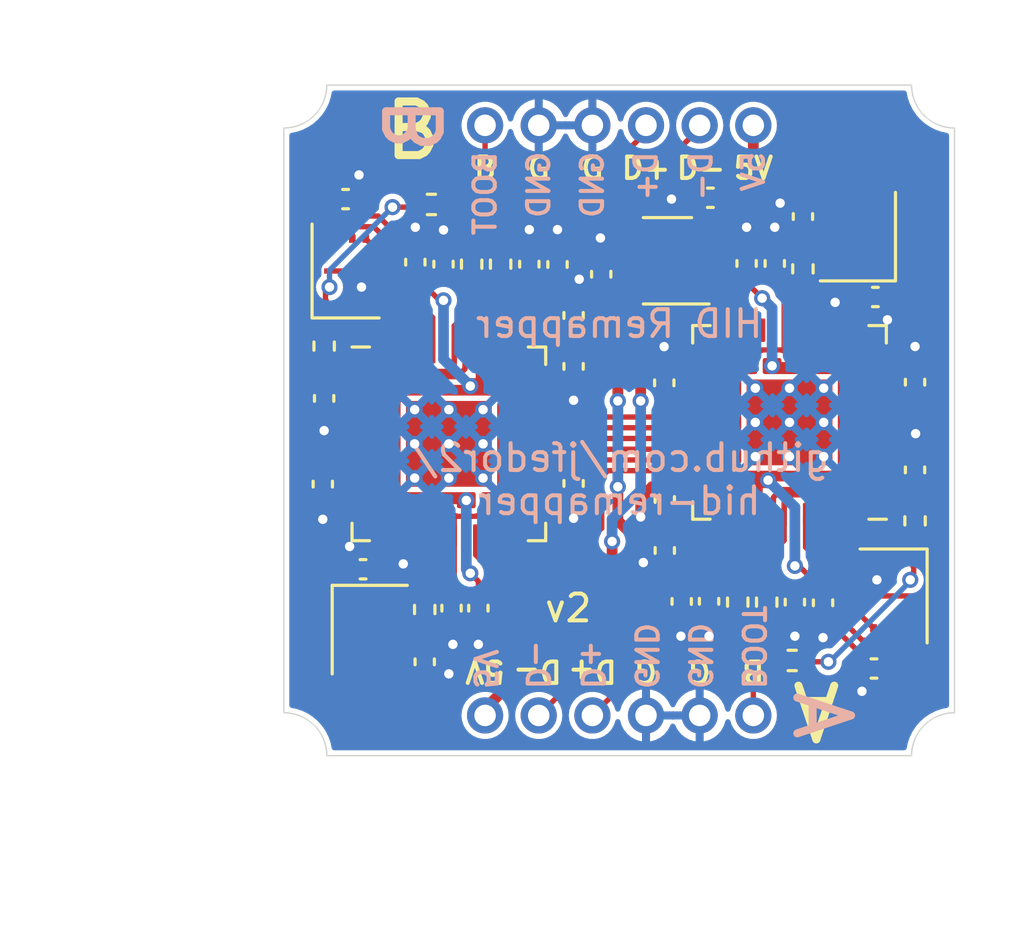
<source format=kicad_pcb>
(kicad_pcb (version 20211014) (generator pcbnew)
  (layers (0 "F.Cu" signal) (31 "B.Cu" signal) (34 "B.Paste" user) (35 "F.Paste" user) (36 "B.SilkS" user "B.Silkscreen") (37 "F.SilkS" user "F.Silkscreen") (38 "B.Mask" user) (39 "F.Mask" user) (44 "Edge.Cuts" user))
  (net 0 "")
  (net 1 "GND")
  (net 2 "+5V")
  (net 3 "D-")
  (net 4 "D+")
  (net 5 "+3V3")
  (net 6 "+1V1")
  (net 7 "Net-(R3-Pad2)")
  (net 8 "Net-(R4-Pad2)")
  (net 9 "XIN")
  (net 10 "XOUT")
  (net 11 "BOOTSEL")
  (net 12 "QSPI_SS")
  (net 13 "QSPI_SD3")
  (net 14 "QSPI_SCLK")
  (net 15 "QSPI_SD0")
  (net 16 "QSPI_SD2")
  (net 17 "QSPI_SD1")
  (net 18 "1BOOTSEL")
  (net 19 "Net-(C19-Pad1)")
  (net 22 "GPIO0")
  (net 23 "GPIO1")
  (net 34 "SWD")
  (net 35 "SWCLK")
  (net 38 "1XIN")
  (net 39 "Net-(C119-Pad1)")
  (net 40 "1D+")
  (net 41 "Net-(R103-Pad2)")
  (net 42 "1D-")
  (net 43 "Net-(R104-Pad2)")
  (net 44 "1QSPI_SS")
  (net 45 "1XOUT")
  (net 46 "GPIO4")
  (net 47 "GPIO5")
  (net 50 "1GPIO0")
  (net 51 "1GPIO1")
  (net 68 "RTS1CTS")
  (net 71 "CTS1RTS")
  (net 73 "1QSPI_SD3")
  (net 74 "1QSPI_SCLK")
  (net 75 "1QSPI_SD0")
  (net 76 "1QSPI_SD2")
  (net 77 "1QSPI_SD1")
  (net 78 "1GPIO4")
  (net 79 "1GPIO5")
  (net 87 "TX1RX")
  (net 88 "RX1TX")
  (net 94 "+1V2")
  (footprint "Capacitor_SMD:C_0402_1005Metric" (layer "F.Cu") (at 132.45 53.05)
    (fp_text reference "C18" hide)
    (fp_text value "15p")
  )
  (footprint "Capacitor_SMD:C_0402_1005Metric" (layer "F.Cu") (at 131.8 39.25)
    (fp_text reference "C17" hide)
    (fp_text value "100n")
  )
  (footprint "Capacitor_SMD:C_0402_1005Metric" (layer "F.Cu") (at 136.75 54.5 -90)
    (fp_text reference "C2" hide)
    (fp_text value "100n")
  )
  (footprint "Capacitor_SMD:C_0402_1005Metric" (layer "F.Cu") (at 140.3 45.4875 -90)
    (fp_text reference "C8" hide)
    (fp_text value "100n")
  )
  (footprint "Resistor_SMD:R_0402_1005Metric" (layer "F.Cu") (at 135 39.45 180)
    (fp_text reference "R6" hide)
    (fp_text value "1k")
  )
  (footprint "Resistor_SMD:R_0402_1005Metric" (layer "F.Cu") (at 131 44.730966 90)
    (fp_text reference "R5" hide)
    (fp_text value "10k")
  )
  (footprint "RP2040:RP2040-QFN-56" (layer "F.Cu") (at 135.65 48.375)
    (fp_text reference "U3" hide)
    (fp_text value "RP2040")
  )
  (footprint "Crystal:Crystal_SMD_2520-4Pin_2.5x2.0mm" (layer "F.Cu") (at 132.7 55.3 -90)
    (fp_text reference "Y1" hide)
    (fp_text value "Crystal_GND24")
  )
  (footprint "Capacitor_SMD:C_0402_1005Metric" (layer "F.Cu") (at 134.75 56.5 -90)
    (fp_text reference "C19" hide)
    (fp_text value "15p")
  )
  (footprint "Capacitor_SMD:C_0402_1005Metric" (layer "F.Cu") (at 130.95 49.875 -90)
    (fp_text reference "C6" hide)
    (fp_text value "100n")
  )
  (footprint "Capacitor_SMD:C_0402_1005Metric" (layer "F.Cu") (at 140.3 49.85 -90)
    (fp_text reference "C5" hide)
    (fp_text value "100n")
  )
  (footprint "Resistor_SMD:R_0402_1005Metric" (layer "F.Cu") (at 134.75 54.55 90)
    (fp_text reference "R7" hide)
    (fp_text value "1k")
  )
  (footprint "Capacitor_SMD:C_0402_1005Metric" (layer "F.Cu") (at 135.75 54.5 -90)
    (fp_text reference "C7" hide)
    (fp_text value "100n")
  )
  (footprint "Capacitor_SMD:C_0402_1005Metric" (layer "F.Cu") (at 131 46.680966 -90)
    (fp_text reference "C4" hide)
    (fp_text value "100n")
  )
  (footprint "Capacitor_SMD:C_0402_1005Metric" (layer "F.Cu") (at 139.7 41.6875 90)
    (fp_text reference "C10" hide)
    (fp_text value "1u")
  )
  (footprint "Resistor_SMD:R_0402_1005Metric" (layer "F.Cu") (at 137.58 41.675 -90)
    (fp_text reference "R4" hide)
    (fp_text value "27")
  )
  (footprint "Capacitor_SMD:C_0402_1005Metric" (layer "F.Cu") (at 134.4 41.6 90)
    (fp_text reference "C1" hide)
    (fp_text value "100n")
  )
  (footprint "Resistor_SMD:R_0402_1005Metric" (layer "F.Cu") (at 136.5 41.675 -90)
    (fp_text reference "R3" hide)
    (fp_text value "27")
  )
  (footprint "Capacitor_SMD:C_0402_1005Metric" (layer "F.Cu") (at 135.45 41.675 90)
    (fp_text reference "C3" hide)
    (fp_text value "100n")
  )
  (footprint "Package_TO_SOT_SMD:SOT-23-5" (layer "F.Cu") (at 143.8 41.55)
    (fp_text reference "U4" hide)
    (fp_text value "TLV73333PDBV")
  )
  (footprint "Capacitor_SMD:C_0402_1005Metric" (layer "F.Cu") (at 141.33 42.05 90)
    (fp_text reference "C16" hide)
    (fp_text value "1u")
  )
  (footprint "Capacitor_SMD:C_0402_1005Metric" (layer "F.Cu") (at 145.4 39.2 180)
    (fp_text reference "C15" hide)
    (fp_text value "1u")
  )
  (footprint "Capacitor_SMD:C_0402_1005Metric" (layer "F.Cu") (at 138.65 41.675 90)
    (fp_text reference "C13" hide)
    (fp_text value "1u")
  )
  (footprint "Capacitor_SMD:C_0402_1005Metric" (layer "F.Cu") (at 140.3 43.5875 90)
    (fp_text reference "C9" hide)
    (fp_text value "100n")
  )
  (footprint "USON:8-USON" (layer "F.Cu") (at 131.8 41.930966)
    (fp_text reference "U5" hide)
    (fp_text value "W25Q128JVS")
  )
  (footprint "Resistor_SMD:R_0402_1005Metric" (layer "F.Cu") (at 148.45 56.45 180)
    (fp_text reference "R106" hide)
    (fp_text value "1k")
  )
  (footprint "Capacitor_SMD:C_0402_1005Metric" (layer "F.Cu") (at 151.55 42.9 180)
    (fp_text reference "C118" hide)
    (fp_text value "15p")
  )
  (footprint "Capacitor_SMD:C_0402_1005Metric" (layer "F.Cu") (at 145.35 54.245 -90)
    (fp_text reference "C113" hide)
    (fp_text value "1u")
  )
  (footprint "Capacitor_SMD:C_0402_1005Metric" (layer "F.Cu") (at 149.6 54.3 -90)
    (fp_text reference "C101" hide)
    (fp_text value "100n")
  )
  (footprint "Capacitor_SMD:C_0402_1005Metric" (layer "F.Cu") (at 148.85 39.9 90)
    (fp_text reference "C119" hide)
    (fp_text value "15p")
  )
  (footprint "Resistor_SMD:R_0402_1005Metric" (layer "F.Cu") (at 146.42 54.275 90)
    (fp_text reference "R104" hide)
    (fp_text value "27")
  )
  (footprint "Capacitor_SMD:C_0402_1005Metric" (layer "F.Cu") (at 153.03 49.345 90)
    (fp_text reference "C104" hide)
    (fp_text value "100n")
  )
  (footprint "Capacitor_SMD:C_0402_1005Metric" (layer "F.Cu") (at 151.5 56.75 180)
    (fp_text reference "C117" hide)
    (fp_text value "100n")
  )
  (footprint "Capacitor_SMD:C_0402_1005Metric" (layer "F.Cu") (at 143.68 46.1 90)
    (fp_text reference "C105" hide)
    (fp_text value "100n")
  )
  (footprint "Capacitor_SMD:C_0402_1005Metric" (layer "F.Cu") (at 143.7 52.35 -90)
    (fp_text reference "C109" hide)
    (fp_text value "100n")
  )
  (footprint "Capacitor_SMD:C_0402_1005Metric" (layer "F.Cu") (at 147.8 41.65 90)
    (fp_text reference "C107" hide)
    (fp_text value "100n")
  )
  (footprint "Capacitor_SMD:C_0402_1005Metric" (layer "F.Cu") (at 148.55 54.275 -90)
    (fp_text reference "C103" hide)
    (fp_text value "100n")
  )
  (footprint "Resistor_SMD:R_0402_1005Metric" (layer "F.Cu") (at 148.85 41.85 -90)
    (fp_text reference "R107" hide)
    (fp_text value "1k")
  )
  (footprint "USON:8-USON" (layer "F.Cu") (at 152.23 54.045 180)
    (fp_text reference "U105" hide)
    (fp_text value "W25Q128JVS")
  )
  (footprint "Capacitor_SMD:C_0402_1005Metric" (layer "F.Cu") (at 144.33 54.25 -90)
    (fp_text reference "C110" hide)
    (fp_text value "1u")
  )
  (footprint "Connector_PinHeader_2.00mm:PinHeader_1x06_P2.00mm_Vertical" (layer "F.Cu") (at 137 58.5 90)
    (fp_text reference "J101" hide)
    (fp_text value "Conn_01x06")
  )
  (footprint "Capacitor_SMD:C_0402_1005Metric" (layer "F.Cu") (at 153.03 46.075 90)
    (fp_text reference "C106" hide)
    (fp_text value "100n")
  )
  (footprint "Capacitor_SMD:C_0402_1005Metric" (layer "F.Cu") (at 146.75 41.65 90)
    (fp_text reference "C102" hide)
    (fp_text value "100n")
  )
  (footprint "RP2040:RP2040-QFN-56" (layer "F.Cu") (at 148.35 47.575 180)
    (fp_text reference "U103" hide)
    (fp_text value "RP2040")
  )
  (footprint "Resistor_SMD:R_0402_1005Metric" (layer "F.Cu") (at 147.5 54.275 90)
    (fp_text reference "R103" hide)
    (fp_text value "27")
  )
  (footprint "Resistor_SMD:R_0402_1005Metric" (layer "F.Cu") (at 153.03 51.245 -90)
    (fp_text reference "R105" hide)
    (fp_text value "10k")
  )
  (footprint "Connector_PinHeader_2.00mm:PinHeader_1x06_P2.00mm_Vertical" (layer "F.Cu") (at 147 36.5 -90)
    (fp_text reference "J1" hide)
    (fp_text value "Conn_01x06")
  )
  (footprint "Crystal:Crystal_SMD_2520-4Pin_2.5x2.0mm" (layer "F.Cu") (at 150.9 40.65 90)
    (fp_text reference "Y101" hide)
    (fp_text value "Crystal_GND24")
  )
  (footprint "Capacitor_SMD:C_0402_1005Metric" (layer "F.Cu") (at 143.7 50.45 90)
    (fp_text reference "C108" hide)
    (fp_text value "100n")
  )
  (gr_line (start 152.9 35) (end 131.1 35) (layer "Edge.Cuts") (width 0.05))
  (gr_arc (start 154.5 36.6) (mid 153.368629 36.131371) (end 152.9 35) (layer "Edge.Cuts") (width 0.05))
  (gr_line (start 154.5 58.4) (end 154.5 36.6) (layer "Edge.Cuts") (width 0.05))
  (gr_arc (start 129.5 58.4) (mid 130.631371 58.868629) (end 131.1 60) (layer "Edge.Cuts") (width 0.05))
  (gr_arc (start 131.1 35) (mid 130.631371 36.131371) (end 129.5 36.6) (layer "Edge.Cuts") (width 0.05))
  (gr_line (start 131.1 60) (end 152.9 60) (layer "Edge.Cuts") (width 0.05))
  (gr_line (start 129.5 36.6) (end 129.5 58.4) (layer "Edge.Cuts") (width 0.05))
  (gr_arc (start 152.9 60) (mid 153.368629 58.868629) (end 154.5 58.4) (layer "Edge.Cuts") (width 0.05))
  (gr_text "B" (at 134.4 36.5 90) (layer "B.SilkS") (effects (font (size 2 2) (thickness 0.3)) (justify mirror)))
  (gr_text "5V" (at 147 37.4 90) (layer "B.SilkS") (effects (font (size 0.8 0.8)) (justify left mirror)))
  (gr_text "GND" (at 143 57.6 270) (layer "B.SilkS") (effects (font (size 0.8 0.8)) (justify left mirror)))
  (gr_text "GND" (at 141 37.4 90) (layer "B.SilkS") (effects (font (size 0.8 0.8)) (justify left mirror)))
  (gr_text "D-" (at 145.05 37.4 90) (layer "B.SilkS") (effects (font (size 0.8 0.8)) (justify left mirror)))
  (gr_text "BOOT" (at 137 37.4 90) (layer "B.SilkS") (effects (font (size 0.8 0.8)) (justify left mirror)))
  (gr_text "HID Remapper" (at 142 43.9) (layer "B.SilkS") (effects (font (size 1 1)) (justify mirror)))
  (gr_text "D-" (at 138.95 57.6 270) (layer "B.SilkS") (effects (font (size 0.8 0.8)) (justify left mirror)))
  (gr_text "GND" (at 145 57.6 270) (layer "B.SilkS") (effects (font (size 0.8 0.8)) (justify left mirror)))
  (gr_text "GND" (at 139 37.4 90) (layer "B.SilkS") (effects (font (size 0.8 0.8)) (justify left mirror)))
  (gr_text "github.com/jfedor2/\nhid-remapper" (at 142 49.7) (layer "B.SilkS") (effects (font (size 1 1)) (justify mirror)))
  (gr_text "A" (at 149.55 58.5 270) (layer "B.SilkS") (effects (font (size 2 2) (thickness 0.3)) (justify mirror)))
  (gr_text "D+" (at 141 57.6 270) (layer "B.SilkS") (effects (font (size 0.8 0.8)) (justify left mirror)))
  (gr_text "D+" (at 143 37.4 90) (layer "B.SilkS") (effects (font (size 0.8 0.8)) (justify left mirror)))
  (gr_text "5V" (at 137 57.6 270) (layer "B.SilkS") (effects (font (size 0.8 0.8)) (justify left mirror)))
  (gr_text "BOOT" (at 147 57.6 270) (layer "B.SilkS") (effects (font (size 0.8 0.8)) (justify left mirror)))
  (gr_text "B" (at 147 56.85 180) (layer "F.SilkS") (effects (font (size 0.8 0.8))))
  (gr_text "D-" (at 138.95 56.85 180) (layer "F.SilkS") (effects (font (size 0.8 0.8))))
  (gr_text "D+" (at 141 56.85 180) (layer "F.SilkS") (effects (font (size 0.8 0.8))))
  (gr_text "D-" (at 145.05 38.1) (layer "F.SilkS") (effects (font (size 0.8 0.8))))
  (gr_text "5V" (at 137 56.85 180) (layer "F.SilkS") (effects (font (size 0.8 0.8))))
  (gr_text "G" (at 141 38.1) (layer "F.SilkS") (effects (font (size 0.8 0.8))))
  (gr_text "G" (at 145 56.85 180) (layer "F.SilkS") (effects (font (size 0.8 0.8))))
  (gr_text "G" (at 143 56.85 180) (layer "F.SilkS") (effects (font (size 0.8 0.8))))
  (gr_text "5V" (at 147 38.1) (layer "F.SilkS") (effects (font (size 0.8 0.8))))
  (gr_text "G" (at 139 38.1) (layer "F.SilkS") (effects (font (size 0.8 0.8))))
  (gr_text "v2" (at 140.1 54.5) (layer "F.SilkS") (effects (font (size 1 1))))
  (gr_text "D+" (at 143 38.1) (layer "F.SilkS") (effects (font (size 0.8 0.8))))
  (gr_text "B" (at 137 38.1) (layer "F.SilkS") (effects (font (size 0.8 0.8))))
  (gr_text "A" (at 149.35 58.3 -180) (layer "F.SilkS") (effects (font (size 2 2) (thickness 0.3))))
  (gr_text "B" (at 134.3 36.7) (layer "F.SilkS") (effects (font (size 2 2) (thickness 0.3))))
  (segment (start 136.75 55.85) (end 136.75 54.98) (width 0.4) (layer "F.Cu") (net 1))
  (segment (start 151.6 39.775) (end 151.6 39.95) (width 0.2) (layer "F.Cu") (net 1))
  (segment (start 134.144295 52.85) (end 134.65 52.344295) (width 0.2) (layer "F.Cu") (net 1))
  (segment (start 149.469511 38.800489) (end 151.099511 38.800489) (width 0.4) (layer "F.Cu") (net 1))
  (segment (start 132.6 57.25) (end 132 56.65) (width 0.4) (layer "F.Cu") (net 1))
  (segment (start 151.6 39.300978) (end 151.6 39.775) (width 0.4) (layer "F.Cu") (net 1))
  (segment (start 144.9 41.55) (end 141.45 41.55) (width 0.4) (layer "F.Cu") (net 1))
  (segment (start 142.9 52.8) (end 142.93 52.83) (width 0.4) (layer "F.Cu") (net 1))
  (segment (start 131.45 53.05) (end 131 53.5) (width 0.4) (layer "F.Cu") (net 1))
  (segment (start 147.8 40.3) (end 147.8 41.17) (width 0.4) (layer "F.Cu") (net 1))
  (segment (start 152.03 42.9) (end 152.03 43.72) (width 0.4) (layer "F.Cu") (net 1))
  (segment (start 149.35 43.605705) (end 149.35 44.1375) (width 0.2) (layer "F.Cu") (net 1))
  (segment (start 131 53.5) (end 131 55.65) (width 0.4) (layer "F.Cu") (net 1))
  (segment (start 141.3 40.7) (end 141.33 40.73) (width 0.4) (layer "F.Cu") (net 1))
  (segment (start 131.525 56.175) (end 132 56.175) (width 0.4) (layer "F.Cu") (net 1))
  (segment (start 151.05 57.6) (end 151.02 57.57) (width 0.4) (layer "F.Cu") (net 1))
  (segment (start 145.35 54.725) (end 145.35 55.545) (width 0.4) (layer "F.Cu") (net 1))
  (segment (start 143.674993 44.75) (end 143.674993 45.614993) (width 0.4) (layer "F.Cu") (net 1))
  (segment (start 133.95 52.85) (end 134.144295 52.85) (width 0.2) (layer "F.Cu") (net 1))
  (segment (start 144 39.2) (end 143.95 39.25) (width 0.4) (layer "F.Cu") (net 1))
  (segment (start 132.3 39.23) (end 132.28 39.25) (width 0.4) (layer "F.Cu") (net 1))
  (segment (start 132.55 43.130966) (end 132.55 42.688528) (width 0.2) (layer "F.Cu") (net 1))
  (segment (start 153.03 48.015) (end 153.03 48.865) (width 0.4) (layer "F.Cu") (net 1))
  (segment (start 134.65 52.344295) (end 134.65 51.8125) (width 0.2) (layer "F.Cu") (net 1))
  (segment (start 130.95 51.1875) (end 130.95 50.355) (width 0.4) (layer "F.Cu") (net 1))
  (segment (start 153.05 47.995) (end 153.03 48.015) (width 0.4) (layer "F.Cu") (net 1))
  (segment (start 149.855705 43.1) (end 149.35 43.605705) (width 0.2) (layer "F.Cu") (net 1))
  (segment (start 141.33 40.73) (end 141.33 41.57) (width 0.4) (layer "F.Cu") (net 1))
  (segment (start 151.6 39.775) (end 151.975 39.775) (width 0.4) (layer "F.Cu") (net 1))
  (segment (start 148.85 39.42) (end 149.469511 38.800489) (width 0.4) (layer "F.Cu") (net 1))
  (segment (start 131.97 53.05) (end 131.97 52.22) (width 0.4) (layer "F.Cu") (net 1))
  (segment (start 142.801011 51.101011) (end 142.801011 50.398989) (width 0.4) (layer "F.Cu") (net 1))
  (segment (start 139.7 41.2075) (end 139.7 40.3875) (width 0.4) (layer "F.Cu") (net 1))
  (segment (start 148.55 54.755) (end 148.55 55.545) (width 0.4) (layer "F.Cu") (net 1))
  (segment (start 138.65 41.195) (end 138.65 40.3875) (width 0.4) (layer "F.Cu") (net 1))
  (segment (start 135.8 55.85) (end 135.75 55.8) (width 0.4) (layer "F.Cu") (net 1))
  (segment (start 143.674993 45.614993) (end 143.68 45.62) (width 0.4) (layer "F.Cu") (net 1))
  (segment (start 132.55 42.688528) (end 132.39194 42.530468) (width 0.2) (layer "F.Cu") (net 1))
  (segment (start 142.801011 50.398989) (end 143.23 49.97) (width 0.4) (layer "F.Cu") (net 1))
  (segment (start 153.03 44.745) (end 153.03 45.595) (width 0.4) (layer "F.Cu") (net 1))
  (segment (start 149.6 54.78) (end 149.6 55.6) (width 0.4) (layer "F.Cu") (net 1))
  (segment (start 151.48 52.845) (end 151.48 53.316941) (width 0.2) (layer "F.Cu") (net 1))
  (segment (start 151.02 57.57) (end 151.02 56.75) (width 0.4) (layer "F.Cu") (net 1))
  (segment (start 151.608059 53.445) (end 151.608059 53.941941) (width 0.2) (layer "F.Cu") (net 1))
  (segment (start 131 55.65) (end 131.525 56.175) (width 0.4) (layer "F.Cu") (net 1))
  (segment (start 140.3 51.15) (end 140.3 50.33) (width 0.4) (layer "F.Cu") (net 1))
  (segment (start 146.75 40.3) (end 146.75 41.17) (width 0.4) (layer "F.Cu") (net 1))
  (segment (start 140.3 46.75) (end 140.3 45.9675) (width 0.4) (layer "F.Cu") (net 1))
  (segment (start 131 47.880966) (end 131 47.160966) (width 0.4) (layer "F.Cu") (net 1))
  (segment (start 143.23 49.97) (end 143.7 49.97) (width 0.4) (layer "F.Cu") (net 1))
  (segment (start 151.48 53.316941) (end 151.608059 53.445) (width 0.2) (layer "F.Cu") (net 1))
  (segment (start 135.65 56.95) (end 134.78 56.95) (width 0.4) (layer "F.Cu") (net 1))
  (segment (start 152.03 43.72) (end 152 43.75) (width 0.4) (layer "F.Cu") (net 1))
  (segment (start 151.975 39.775) (end 152.6 40.4) (width 0.4) (layer "F.Cu") (net 1))
  (segment (start 135.45 41.195) (end 135.45 40.4) (width 0.4) (layer "F.Cu") (net 1))
  (segment (start 132.39194 42.530468) (end 132.39194 42) (width 0.2) (layer "F.Cu") (net 1))
  (segment (start 132.3 38.35) (end 132.3 39.23) (width 0.4) (layer "F.Cu") (net 1))
  (segment (start 131.97 53.05) (end 131.45 53.05) (width 0.4) (layer "F.Cu") (net 1))
  (segment (start 134.4 41.12) (end 134.4 40.3) (width 0.4) (layer "F.Cu") (net 1))
  (segment (start 148.02 39.42) (end 148.85 39.42) (width 0.4) (layer "F.Cu") (net 1))
  (segment (start 134.75 56.98) (end 134.48 57.25) (width 0.4) (layer "F.Cu") (net 1))
  (segment (start 150.2 41.35) (end 150.2 41.525) (width 0.2) (layer "F.Cu") (net 1))
  (segment (start 142.93 52.83) (end 143.7 52.83) (width 0.4) (layer "F.Cu") (net 1))
  (segment (start 151.6 39.95) (end 150.2 41.35) (width 0.2) (layer "F.Cu") (net 1))
  (segment (start 135.75 55.8) (end 135.75 54.98) (width 0.4) (layer "F.Cu") (net 1))
  (segment (start 134.48 57.25) (end 132.6 57.25) (width 0.4) (layer "F.Cu") (net 1))
  (segment (start 131.97 52.22) (end 131.95 52.2) (width 0.4) (layer "F.Cu") (net 1))
  (segment (start 134.78 56.95) (end 134.75 56.98) (width 0.4) (layer "F.Cu") (net 1))
  (segment (start 148 39.4) (end 148.02 39.42) (width 0.4) (layer "F.Cu") (net 1))
  (segment (start 140.5095 42.2375) (end 140.5 42.247) (width 0.4) (layer "F.Cu") (net 1))
  (segment (start 144.3 55.545011) (end 144.33 55.515011) (width 0.4) (layer "F.Cu") (net 1))
  (segment (start 144.33 55.515011) (end 144.33 54.73) (width 0.4) (layer "F.Cu") (net 1))
  (segment (start 151.099511 38.800489) (end 151.6 39.300978) (width 0.4) (layer "F.Cu") (net 1))
  (segment (start 132 56.65) (end 132 56.175) (width 0.4) (layer "F.Cu") (net 1))
  (segment (start 152.6 40.4) (end 152.6 42.33) (width 0.4) (layer "F.Cu") (net 1))
  (segment (start 144.92 39.2) (end 144 39.2) (width 0.4) (layer "F.Cu") (net 1))
  (segment (start 140.5 42.9075) (end 140.3 43.1075) (width 0.4) (layer "F.Cu") (net 1))
  (segment (start 140.5 42.247) (end 140.5 42.9075) (width 0.4) (layer "F.Cu") (net 1))
  (segment (start 132 56.025) (end 132 56.175) (width 0.2) (layer "F.Cu") (net 1))
  (segment (start 133.4 54.425) (end 133.4 54.625) (width 0.2) (layer "F.Cu") (net 1))
  (segment (start 133.4 54.625) (end 132 56.025) (width 0.2) (layer "F.Cu") (net 1))
  (segment (start 150.05 43.1) (end 149.855705 43.1) (width 0.2) (layer "F.Cu") (net 1))
  (segment (start 152.6 42.33) (end 152.03 42.9) (width 0.4) (layer "F.Cu") (net 1))
  (via (at 152 43.75) (size 0.6) (drill 0.35) (layers "F.Cu" "B.Cu") (net 1))
  (via (at 132.39194 42.530468) (size 0.6) (drill 0.35) (layers "F.Cu" "B.Cu") (net 1))
  (via (at 131 47.880966) (size 0.6) (drill 0.35) (layers "F.Cu" "B.Cu") (net 1))
  (via (at 135.65 56.95) (size 0.6) (drill 0.35) (layers "F.Cu" "B.Cu") (net 1))
  (via (at 151.608059 53.445) (size 0.6) (drill 0.35) (layers "F.Cu" "B.Cu") (net 1))
  (via (at 142.801011 51.101011) (size 0.6) (drill 0.35) (layers "F.Cu" "B.Cu") (net 1))
  (via (at 143.674993 44.75) (size 0.6) (drill 0.35) (layers "F.Cu" "B.Cu") (net 1))
  (via (at 132.3 38.35) (size 0.6) (drill 0.35) (layers "F.Cu" "B.Cu") (net 1))
  (via (at 148.55 55.545) (size 0.6) (drill 0.35) (layers "F.Cu" "B.Cu") (net 1))
  (via (at 133.95 52.85) (size 0.6) (drill 0.35) (layers "F.Cu" "B.Cu") (net 1))
  (via (at 141.3 40.7) (size 0.6) (drill 0.35) (layers "F.Cu" "B.Cu") (net 1))
  (via (at 140.5095 42.2375) (size 0.6) (drill 0.35) (layers "F.Cu" "B.Cu") (net 1))
  (via (at 134.4 40.3) (size 0.6) (drill 0.35) (layers "F.Cu" "B.Cu") (net 1))
  (via (at 143.95 39.25) (size 0.6) (drill 0.35) (layers "F.Cu" "B.Cu") (net 1))
  (via (at 150.05 43.1) (size 0.6) (drill 0.35) (layers "F.Cu" "B.Cu") (net 1))
  (via (at 139.7 40.3875) (size 0.6) (drill 0.35) (layers "F.Cu" "B.Cu") (net 1))
  (via (at 153.05 47.995) (size 0.6) (drill 0.35) (layers "F.Cu" "B.Cu") (net 1))
  (via (at 131.95 52.2) (size 0.6) (drill 0.35) (layers "F.Cu" "B.Cu") (net 1))
  (via (at 135.8 55.85) (size 0.6) (drill 0.35) (layers "F.Cu" "B.Cu") (net 1))
  (via (at 140.3 46.75) (size 0.6) (drill 0.35) (layers "F.Cu" "B.Cu") (net 1))
  (via (at 147.8 40.3) (size 0.6) (drill 0.35) (layers "F.Cu" "B.Cu") (net 1))
  (via (at 142.9 52.8) (size 0.6) (drill 0.35) (layers "F.Cu" "B.Cu") (net 1))
  (via (at 140.3 51.15) (size 0.6) (drill 0.35) (layers "F.Cu" "B.Cu") (net 1))
  (via (at 130.95 51.1875) (size 0.6) (drill 0.35) (layers "F.Cu" "B.Cu") (net 1))
  (via (at 138.65 40.3875) (size 0.6) (drill 0.35) (layers "F.Cu" "B.Cu") (net 1))
  (via (at 145.35 55.545) (size 0.6) (drill 0.35) (layers "F.Cu" "B.Cu") (net 1))
  (via (at 153.03 44.745) (size 0.6) (drill 0.35) (layers "F.Cu" "B.Cu") (net 1))
  (via (at 146.75 40.3) (size 0.6) (drill 0.35) (layers "F.Cu" "B.Cu") (net 1))
  (via (at 144.3 55.545011) (size 0.6) (drill 0.35) (layers "F.Cu" "B.Cu") (net 1))
  (via (at 151.05 57.6) (size 0.6) (drill 0.35) (layers "F.Cu" "B.Cu") (net 1))
  (via (at 136.75 55.85) (size 0.6) (drill 0.35) (layers "F.Cu" "B.Cu") (net 1))
  (via (at 135.45 40.4) (size 0.6) (drill 0.35) (layers "F.Cu" "B.Cu") (net 1))
  (via (at 148 39.4) (size 0.6) (drill 0.35) (layers "F.Cu" "B.Cu") (net 1))
  (via (at 149.6 55.6) (size 0.6) (drill 0.35) (layers "F.Cu" "B.Cu") (net 1))
  (segment (start 142.8 44.5) (end 144.8 42.5) (width 0.4) (layer "F.Cu") (net 2))
  (segment (start 145.9 39.22) (end 145.9 40.5) (width 0.4) (layer "F.Cu") (net 2))
  (segment (start 147 36.5) (end 147 38.08) (width 0.4) (layer "F.Cu") (net 2))
  (segment (start 141.735749 52.014251) (end 141.735749 53.514251) (width 0.4) (layer "F.Cu") (net 2))
  (segment (start 145.9 42) (end 145.4 42.5) (width 0.4) (layer "F.Cu") (net 2))
  (segment (start 147 38.08) (end 145.88 39.2) (width 0.4) (layer "F.Cu") (net 2))
  (segment (start 145.8 40.6) (end 145.9 40.5) (width 0.4) (layer "F.Cu") (net 2))
  (segment (start 144.8 42.5) (end 144.9 42.5) (width 0.4) (layer "F.Cu") (net 2))
  (segment (start 144.9 40.6) (end 145.8 40.6) (width 0.4) (layer "F.Cu") (net 2))
  (segment (start 141.735749 53.514251) (end 137 58.25) (width 0.4) (layer "F.Cu") (net 2))
  (segment (start 137 58.25) (end 137 58.5) (width 0.4) (layer "F.Cu") (net 2))
  (segment (start 145.88 39.2) (end 145.9 39.22) (width 0.4) (layer "F.Cu") (net 2))
  (segment (start 145.9 40.5) (end 145.9 42) (width 0.4) (layer "F.Cu") (net 2))
  (segment (start 142.8 46.7755) (end 142.8 44.5) (width 0.4) (layer "F.Cu") (net 2))
  (segment (start 145.4 42.5) (end 144.9 42.5) (width 0.4) (layer "F.Cu") (net 2))
  (via (at 141.735749 52.014251) (size 0.6) (drill 0.35) (layers "F.Cu" "B.Cu") (net 2))
  (via (at 142.8 46.7755) (size 0.6) (drill 0.35) (layers "F.Cu" "B.Cu") (net 2))
  (segment (start 141.735749 51.17703) (end 142.8 50.112779) (width 0.4) (layer "B.Cu") (net 2))
  (segment (start 141.735749 52.014251) (end 141.735749 51.17703) (width 0.4) (layer "B.Cu") (net 2))
  (segment (start 142.8 50.112779) (end 142.8 46.7755) (width 0.4) (layer "B.Cu") (net 2))
  (segment (start 141.822011 39.787989) (end 145 36.61) (width 0.2) (layer "F.Cu") (net 3))
  (segment (start 145 36.61) (end 145 36.5) (width 0.2) (layer "F.Cu") (net 3))
  (segment (start 138.062011 39.787989) (end 141.822011 39.787989) (width 0.2) (layer "F.Cu") (net 3))
  (segment (start 137.58 40.27) (end 138.062011 39.787989) (width 0.2) (layer "F.Cu") (net 3))
  (segment (start 137.58 41.165) (end 137.58 40.27) (width 0.2) (layer "F.Cu") (net 3))
  (segment (start 136.5 41.165) (end 136.5 40.25) (width 0.2) (layer "F.Cu") (net 4))
  (segment (start 136.5 40.25) (end 137.5 39.25) (width 0.2) (layer "F.Cu") (net 4))
  (segment (start 143 36.75) (end 143 36.5) (width 0.2) (layer "F.Cu") (net 4))
  (segment (start 137.5 39.25) (end 140.5 39.25) (width 0.2) (layer "F.Cu") (net 4))
  (segment (start 140.5 39.25) (end 143 36.75) (width 0.2) (layer "F.Cu") (net 4))
  (segment (start 139.0875 49.375) (end 140.295 49.375) (width 0.2) (layer "F.Cu") (net 5))
  (segment (start 145.95 51.825) (end 145.875 51.9) (width 0.4) (layer "F.Cu") (net 5))
  (segment (start 147.9 53.213004) (end 148.481996 53.795) (width 0.2) (layer "F.Cu") (net 5))
  (segment (start 137.85 44.9375) (end 137.85 44.325) (width 0.2) (layer "F.Cu") (net 5))
  (segment (start 148.481996 53.795) (end 148.55 53.795) (width 0.2) (layer "F.Cu") (net 5))
  (segment (start 141.33 42.53) (end 141.33 44.18) (width 0.4) (layer "F.Cu") (net 5))
  (segment (start 145.7 50.175) (end 145.75 50.225) (width 0.2) (layer "F.Cu") (net 5))
  (segment (start 141.95 44.8) (end 141.33 44.18) (width 0.4) (layer "F.Cu") (net 5))
  (segment (start 140.295 49.375) (end 140.3 49.37) (width 0.2) (layer "F.Cu") (net 5))
  (segment (start 153.75 55.595) (end 153.5 55.845) (width 0.4) (layer "F.Cu") (net 5))
  (segment (start 132.2125 45.775) (end 133 45.775) (width 0.2) (layer "F.Cu") (net 5))
  (segment (start 144.9125 53) (end 144.9125 50.27501) (width 0.4) (layer "F.Cu") (net 5))
  (segment (start 148.15 44.1375) (end 148.15 42.9) (width 0.2) (layer "F.Cu") (net 5))
  (segment (start 146.15 50.375) (end 145.95 50.175) (width 0.2) (layer "F.Cu") (net 5))
  (segment (start 152.98 55.325) (end 153.5 55.845) (width 0.2) (layer "F.Cu") (net 5))
  (segment (start 153.75 51.115) (end 153.75 55.595) (width 0.4) (layer "F.Cu") (net 5))
  (segment (start 141.2175 44.0675) (end 141.33 44.18) (width 0.4) (layer "F.Cu") (net 5))
  (segment (start 153.03 50.735) (end 152.22 50.735) (width 0.4) (layer "F.Cu") (net 5))
  (segment (start 138.1075 44.0675) (end 140.3 44.0675) (width 0.4) (layer "F.Cu") (net 5))
  (segment (start 141.94902 49.9745) (end 141.94902 51.238279) (width 0.4) (layer "F.Cu") (net 5))
  (segment (start 153.37 50.735) (end 153.75 51.115) (width 0.4) (layer "F.Cu") (net 5))
  (segment (start 141.94902 51.238279) (end 142.580741 51.87) (width 0.4) (layer "F.Cu") (net 5))
  (segment (start 148.15 51.0125) (end 148.15 50.275) (width 0.2) (layer "F.Cu") (net 5))
  (segment (start 138.05 44.125) (end 138.1075 44.0675) (width 0.4) (layer "F.Cu") (net 5))
  (segment (start 137.85 44.9375) (end 137.85 45.575) (width 0.2) (layer "F.Cu") (net 5))
  (segment (start 136.25 44.9375) (end 136.25 43.875) (width 0.2) (layer "F.Cu") (net 5))
  (segment (start 153.03 50.735) (end 153.37 50.735) (width 0.4) (layer "F.Cu") (net 5))
  (segment (start 143.73 51.9) (end 143.7 51.87) (width 0.4) (layer "F.Cu") (net 5))
  (segment (start 132.75 49.375) (end 132.9 49.375) (width 0.2) (layer "F.Cu") (net 5))
  (segment (start 139.0875 42.893927) (end 139.0875 45.67499) (width 0.4) (layer "F.Cu") (net 5))
  (segment (start 141.36 42.5) (end 141.33 42.53) (width 0.4) (layer "F.Cu") (net 5))
  (segment (start 151.7875 50.175) (end 151 50.175) (width 0.2) (layer "F.Cu") (net 5))
  (segment (start 137.85 44.325) (end 138.05 44.125) (width 0.2) (layer "F.Cu") (net 5))
  (segment (start 135.518004 42.155) (end 135.45 42.155) (width 0.2) (layer "F.Cu") (net 5))
  (segment (start 131.32 39.390966) (end 131.32 39.25) (width 0.4) (layer "F.Cu") (net 5))
  (segment (start 132.2125 49.375) (end 132.75 49.375) (width 0.2) (layer "F.Cu") (net 5))
  (segment (start 144.33 53.77) (end 144.33 53.5825) (width 0.4) (layer "F.Cu") (net 5))
  (segment (start 153.01 46.575) (end 153.03 46.555) (width 0.2) (layer "F.Cu") (net 5))
  (segment (start 144.9125 46.575) (end 145.8 46.575) (width 0.2) (layer "F.Cu") (net 5))
  (segment (start 144.9125 50.175) (end 145.7 50.175) (width 0.2) (layer "F.Cu") (net 5))
  (segment (start 139.7 42.1675) (end 139.7 42.281427) (width 0.4) (layer "F.Cu") (net 5))
  (segment (start 130.530483 40.180483) (end 131.32 39.390966) (width 0.4) (layer "F.Cu") (net 5))
  (segment (start 135.85 51.8125) (end 135.85 51.075) (width 0.2) (layer "F.Cu") (net 5))
  (segment (start 136.25 43.875) (end 136.1 43.725) (width 0.2) (layer "F.Cu") (net 5))
  (segment (start 144.9125 46.575) (end 143.685 46.575) (width 0.2) (layer "F.Cu") (net 5))
  (segment (start 130.28048 44.63048) (end 130.28048 40.430486) (width 0.4) (layer "F.Cu") (net 5))
  (segment (start 140.3 45.0075) (end 140.3 44.0675) (width 0.4) (layer "F.Cu") (net 5))
  (segment (start 139.0875 45.775) (end 138.3 45.775) (width 0.2) (layer "F.Cu") (net 5))
  (segment (start 131.05 40.7) (end 130.530483 40.180483) (width 0.2) (layer "F.Cu") (net 5))
  (segment (start 131.778476 45.240966) (end 131 45.240966) (width 0.4) (layer "F.Cu") (net 5))
  (segment (start 138.3 45.775) (end 138.25 45.725) (width 0.2) (layer "F.Cu") (net 5))
  (segment (start 136.1 42.736996) (end 135.518004 42.155) (width 0.2) (layer "F.Cu") (net 5))
  (segment (start 141.95 46.7755) (end 141.95 44.8) (width 0.4) (layer "F.Cu") (net 5))
  (segment (start 135.85 51.8125) (end 135.85 53.92) (width 0.2) (layer "F.Cu") (net 5))
  (segment (start 146.15 51.0125) (end 146.15 50.375) (width 0.2) (layer "F.Cu") (net 5))
  (segment (start 143.73 50.9) (end 145.65 50.9) (width 0.4) (layer "F.Cu") (net 5))
  (segment (start 143.685 46.575) (end 143.68 46.58) (width 0.2) (layer "F.Cu") (net 5))
  (segment (start 130.28048 40.430486) (end 130.530483 40.180483) (width 0.4) (layer "F.Cu") (net 5))
  (segment (start 139.7 42.281427) (end 139.0875 42.893927) (width 0.4) (layer "F.Cu") (net 5))
  (segment (start 143.7 50.93) (end 143.73 50.9) (width 0.4) (layer "F.Cu") (net 5))
  (segment (start 138.25 45.725) (end 138.25 44.9375) (width 0.2) (layer "F.Cu") (net 5))
  (segment (start 145.875 51.9) (end 143.73 51.9) (width 0.4) (layer "F.Cu") (net 5))
  (segment (start 136.25 45.575) (end 136.2 45.625) (width 0.2) (layer "F.Cu") (net 5))
  (segment (start 144.33 53.5825) (end 144.9125 53) (width 0.4) (layer "F.Cu") (net 5))
  (segment (start 148.15 44.1375) (end 148.15 44.875) (width 0.2) (layer "F.Cu") (net 5))
  (segment (start 135.85 43.975) (end 136.1 43.725) (width 0.2) (layer "F.Cu") (net 5))
  (segment (start 147.75 51.0125) (end 147.75 50.375) (width 0.2) (layer "F.Cu") (net 5))
  (segment (start 146.15 51.0125) (end 146.15 51.625) (width 0.2) (layer "F.Cu") (net 5))
  (segment (start 147.75 52.075) (end 147.9 52.225) (width 0.2) (layer "F.Cu") (net 5))
  (segment (start 142.580741 51.87) (end 143.7 51.87) (width 0.4) (layer "F.Cu") (net 5))
  (segment (start 142.7 42.5) (end 141.36 42.5) (width 0.4) (layer "F.Cu") (net 5))
  (segment (start 148.15 42.9) (end 147.8 42.55) (width 0.2) (layer "F.Cu") (net 5))
  (segment (start 148.15 51.975) (end 147.9 52.225) (width 0.2) (layer "F.Cu") (net 5))
  (segment (start 152.595 56.75) (end 151.98 56.75) (width 0.4) (layer "F.Cu") (net 5))
  (segment (start 136.1 43.725) (end 136.1 42.736996) (width 0.2) (layer "F.Cu") (net 5))
  (segment (start 145.75 50.225) (end 145.75 51.0125) (width 0.2) (layer "F.Cu") (net 5))
  (segment (start 151.25 46.575) (end 151.1 46.575) (width 0.2) (layer "F.Cu") (net 5))
  (segment (start 148.15 51.0125) (end 148.15 51.975) (width 0.2) (layer "F.Cu") (net 5))
  (segment (start 151.7875 46.575) (end 151.25 46.575) (width 0.2) (layer "F.Cu") (net 5))
  (segment (start 147.75 50.375) (end 147.8 50.325) (width 0.2) (layer "F.Cu") (net 5))
  (segment (start 131 45.240966) (end 131 46.200966) (width 0.4) (layer "F.Cu") (net 5))
  (segment (start 153.03 49.825) (end 153.03 50.735) (width 0.4) (layer "F.Cu") (net 5))
  (segment (start 132.2125 49.375) (end 130.97 49.375) (width 0.2) (layer "F.Cu") (net 5))
  (segment (start 130.97 49.375) (end 130.95 49.395) (width 0.2) (layer "F.Cu") (net 5))
  (segment (start 152.98 55.245) (end 152.98 55.325) (width 0.2) (layer "F.Cu") (net 5))
  (segment (start 139.0875 49.375) (end 138.2 49.375) (width 0.2) (layer "F.Cu") (net 5))
  (segment (start 146.15 51.625) (end 145.95 51.825) (width 0.2) (layer "F.Cu") (net 5))
  (segment (start 147.9 52.225) (end 147.9 53.213004) (width 0.2) (layer "F.Cu") (net 5))
  (segment (start 136.25 44.9375) (end 136.25 45.575) (width 0.2) (layer "F.Cu") (net 5))
  (segment (start 140.3 45.0075) (end 138.3575 45.0075) (width 0.4) (layer "F.Cu") (net 5))
  (segment (start 143.7 50.93) (end 143.7 51.87) (width 0.4) (layer "F.Cu") (net 5))
  (segment (start 132.2125 45.67499) (end 131.778476 45.240966) (width 0.4) (layer "F.Cu") (net 5))
  (segment (start 152.22 50.735) (end 151.78 50.295) (width 0.4) (layer "F.Cu") (net 5))
  (segment (start 137.85 45.575) (end 138.05 45.775) (width 0.2) (layer "F.Cu") (net 5))
  (segment (start 147.8 42.55) (end 147.8 42.13) (width 0.2) (layer "F.Cu") (net 5))
  (segment (start 140.3 44.0675) (end 141.2175 44.0675) (width 0.4) (layer "F.Cu") (net 5))
  (segment (start 131 45.240966) (end 130.890966 45.240966) (width 0.4) (layer "F.Cu") (net 5))
  (segment (start 135.85 53.92) (end 135.75 54.02) (width 0.2) (layer "F.Cu") (net 5))
  (segment (start 151.7875 46.575) (end 153.01 46.575) (width 0.2) (layer "F.Cu") (net 5))
  (segment (start 135.85 44.9375) (end 135.85 43.975) (width 0.2) (layer "F.Cu") (net 5))
  (segment (start 135.85 44.9375) (end 135.85 45.675) (width 0.2) (layer "F.Cu") (net 5))
  (segment (start 153.5 55.845) (end 152.595 56.75) (width 0.4) (layer "F.Cu") (net 5))
  (segment (start 147.75 51.0125) (end 147.75 52.075) (width 0.2) (layer "F.Cu") (net 5))
  (segment (start 131.05 40.730966) (end 131.05 40.7) (width 0.2) (layer "F.Cu") (net 5))
  (segment (start 130.890966 45.240966) (end 130.28048 44.63048) (width 0.4) (layer "F.Cu") (net 5))
  (via (at 141.94902 49.9745) (size 0.6) (drill 0.35) (layers "F.Cu" "B.Cu") (net 5))
  (via (at 141.95 46.7755) (size 0.6) (drill 0.35) (layers "F.Cu" "B.Cu") (net 5))
  (segment (start 141.95 46.7755) (end 141.95 49.97352) (width 0.4) (layer "B.Cu") (net 5))
  (segment (start 141.95 49.97352) (end 141.94902 49.9745) (width 0.4) (layer "B.Cu") (net 5))
  (segment (start 134.4 42.08) (end 134.4 42.125) (width 0.2) (layer "F.Cu") (net 6))
  (segment (start 135.45 43.025002) (end 135.450001 43.025001) (width 0.2) (layer "F.Cu") (net 6))
  (segment (start 137.45 44.9375) (end 137.45 45.625) (width 0.2) (layer "F.Cu") (net 6))
  (segment (start 135.300001 43.025001) (end 135.450001 43.025001) (width 0.2) (layer "F.Cu") (net 6))
  (segment (start 138.65 42.625) (end 138.65 42.155) (width 0.2) (layer "F.Cu") (net 6))
  (segment (start 137.45 44.9375) (end 137.45 43.825) (width 0.2) (layer "F.Cu") (net 6))
  (segment (start 136.75 53.5005) (end 136.75 54.02) (width 0.2) (layer "F.Cu") (net 6))
  (segment (start 136.4495 53.2) (end 136.25 53.0005) (width 0.2) (layer "F.Cu") (net 6))
  (segment (start 137.45 45.625) (end 137.25 45.825) (width 0.2) (layer "F.Cu") (net 6))
  (segment (start 134.4 42.125) (end 135.300001 43.025001) (width 0.2) (layer "F.Cu") (net 6))
  (segment (start 135.45 44.9375) (end 135.45 43.025002) (width 0.2) (layer "F.Cu") (net 6))
  (segment (start 136.25 53.0005) (end 136.25 51.8125) (width 0.2) (layer "F.Cu") (net 6))
  (segment (start 137.45 43.825) (end 138.65 42.625) (width 0.2) (layer "F.Cu") (net 6))
  (segment (start 136.4495 53.2) (end 136.75 53.5005) (width 0.2) (layer "F.Cu") (net 6))
  (via (at 135.450001 43.025001) (size 0.6) (drill 0.35) (layers "F.Cu" "B.Cu") (net 6))
  (via (at 136.4495 53.2) (size 0.6) (drill 0.35) (layers "F.Cu" "B.Cu") (net 6))
  (via (at 136.45 46.220055) (size 0.6) (drill 0.35) (layers "F.Cu" "B.Cu") (net 6))
  (via (at 136.2999 50.482729) (size 0.6) (drill 0.35) (layers "F.Cu" "B.Cu") (net 6))
  (segment (start 136.2999 53.0504) (end 136.2999 50.482729) (width 0.4) (layer "B.Cu") (net 6))
  (segment (start 136.4495 53.2) (end 136.2999 53.0504) (width 0.4) (layer "B.Cu") (net 6))
  (segment (start 135.450001 45.220056) (end 136.45 46.220055) (width 0.4) (layer "B.Cu") (net 6))
  (segment (start 135.450001 43.025001) (end 135.450001 45.220056) (width 0.4) (layer "B.Cu") (net 6))
  (segment (start 136.65 42.335) (end 136.5 42.185) (width 0.2) (layer "F.Cu") (net 7))
  (segment (start 136.65 44.9375) (end 136.65 42.335) (width 0.2) (layer "F.Cu") (net 7))
  (segment (start 137.58 42.79) (end 137.58 42.185) (width 0.2) (layer "F.Cu") (net 8))
  (segment (start 137.05 44.9375) (end 137.05 43.32) (width 0.2) (layer "F.Cu") (net 8))
  (segment (start 137.05 43.32) (end 137.58 42.79) (width 0.2) (layer "F.Cu") (net 8))
  (segment (start 132 54.425) (end 132 53.98) (width 0.2) (layer "F.Cu") (net 9))
  (segment (start 132 53.98) (end 132.93 53.05) (width 0.2) (layer "F.Cu") (net 9))
  (segment (start 135.05 52.8) (end 134.4 53.45) (width 0.2) (layer "F.Cu") (net 9))
  (segment (start 133.33 53.45) (end 132.93 53.05) (width 0.2) (layer "F.Cu") (net 9))
  (segment (start 135.05 51.8125) (end 135.05 52.8) (width 0.2) (layer "F.Cu") (net 9))
  (segment (start 134.4 53.45) (end 133.33 53.45) (width 0.2) (layer "F.Cu") (net 9))
  (segment (start 135.45 52.965006) (end 134.75 53.665006) (width 0.2) (layer "F.Cu") (net 10))
  (segment (start 135.45 51.8125) (end 135.45 52.965006) (width 0.2) (layer "F.Cu") (net 10))
  (segment (start 134.75 53.665006) (end 134.75 54.04) (width 0.2) (layer "F.Cu") (net 10))
  (segment (start 137 38.5) (end 137 36.5) (width 0.2) (layer "F.Cu") (net 11))
  (segment (start 136.05 39.45) (end 137 38.5) (width 0.2) (layer "F.Cu") (net 11))
  (segment (start 135.51 39.45) (end 136.05 39.45) (width 0.2) (layer "F.Cu") (net 11))
  (segment (start 134.39 39.55) (end 134.49 39.45) (width 0.2) (layer "F.Cu") (net 12))
  (segment (start 131.05 43.130966) (end 131.05 42.680468) (width 0.2) (layer "F.Cu") (net 12))
  (segment (start 131.464904 44.220966) (end 131 44.220966) (width 0.2) (layer "F.Cu") (net 12))
  (segment (start 131.05 44.170966) (end 131.05 43.130966) (width 0.2) (layer "F.Cu") (net 12))
  (segment (start 131 44.220966) (end 131.05 44.170966) (width 0.2) (layer "F.Cu") (net 12))
  (segment (start 133.55 39.55) (end 134.39 39.55) (width 0.2) (layer "F.Cu") (net 12))
  (segment (start 131.05 42.680468) (end 131.2 42.530468) (width 0.2) (layer "F.Cu") (net 12))
  (segment (start 133.05 44.9375) (end 132.181438 44.9375) (width 0.2) (layer "F.Cu") (net 12))
  (segment (start 132.181438 44.9375) (end 131.464904 44.220966) (width 0.2) (layer "F.Cu") (net 12))
  (via (at 133.55 39.55) (size 0.6) (drill 0.35) (layers "F.Cu" "B.Cu") (net 12))
  (via (at 131.2 42.530468) (size 0.6) (drill 0.35) (layers "F.Cu" "B.Cu") (net 12))
  (segment (start 131.2 41.9) (end 131.2 42.530468) (width 0.2) (layer "B.Cu") (net 12))
  (segment (start 133.55 39.55) (end 131.2 41.9) (width 0.2) (layer "B.Cu") (net 12))
  (segment (start 133.79048 40.65644) (end 133.79048 42.410468) (width 0.2) (layer "F.Cu") (net 13))
  (segment (start 133.79048 42.410468) (end 135.05 43.669988) (width 0.2) (layer "F.Cu") (net 13))
  (segment (start 133.015487 39.881447) (end 133.79048 40.65644) (width 0.2) (layer "F.Cu") (net 13))
  (segment (start 131.55 40.291938) (end 131.960492 39.881446) (width 0.2) (layer "F.Cu") (net 13))
  (segment (start 135.05 43.669988) (end 135.05 44.9375) (width 0.2) (layer "F.Cu") (net 13))
  (segment (start 131.55 40.730966) (end 131.55 40.291938) (width 0.2) (layer "F.Cu") (net 13))
  (segment (start 131.960492 39.881446) (end 133.015487 39.881447) (width 0.2) (layer "F.Cu") (net 13))
  (segment (start 132.05 40.730966) (end 132.05 40.356944) (width 0.2) (layer "F.Cu") (net 14))
  (segment (start 134.65 43.834994) (end 134.65 44.9375) (width 0.2) (layer "F.Cu") (net 14))
  (segment (start 132.05 40.356944) (end 132.125978 40.280966) (width 0.2) (layer "F.Cu") (net 14))
  (segment (start 132.125978 40.280966) (end 132.85 40.280966) (width 0.2) (layer "F.Cu") (net 14))
  (segment (start 132.85 40.280966) (end 133.39096 40.821926) (width 0.2) (layer "F.Cu") (net 14))
  (segment (start 133.39096 42.575954) (end 134.65 43.834994) (width 0.2) (layer "F.Cu") (net 14))
  (segment (start 133.39096 40.821926) (end 133.39096 42.575954) (width 0.2) (layer "F.Cu") (net 14))
  (segment (start 134.25 44) (end 134.25 44.9375) (width 0.2) (layer "F.Cu") (net 15))
  (segment (start 132.55 40.730966) (end 132.99144 41.172406) (width 0.2) (layer "F.Cu") (net 15))
  (segment (start 132.99144 42.74144) (end 134.25 44) (width 0.2) (layer "F.Cu") (net 15))
  (segment (start 132.99144 41.172406) (end 132.99144 42.74144) (width 0.2) (layer "F.Cu") (net 15))
  (segment (start 133.85 44.9375) (end 133.85 44.176238) (width 0.2) (layer "F.Cu") (net 16))
  (segment (start 133.85 44.176238) (end 133.423762 43.75) (width 0.2) (layer "F.Cu") (net 16))
  (segment (start 133.423762 43.75) (end 132.365006 43.75) (width 0.2) (layer "F.Cu") (net 16))
  (segment (start 132.365006 43.75) (end 132.05 43.434994) (width 0.2) (layer "F.Cu") (net 16))
  (segment (start 132.05 43.434994) (end 132.05 43.130966) (width 0.2) (layer "F.Cu") (net 16))
  (segment (start 132.25 44.2) (end 131.55 43.5) (width 0.2) (layer "F.Cu") (net 17))
  (segment (start 133.45 44.9375) (end 133.45 44.341244) (width 0.2) (layer "F.Cu") (net 17))
  (segment (start 133.308756 44.2) (end 132.25 44.2) (width 0.2) (layer "F.Cu") (net 17))
  (segment (start 133.45 44.341244) (end 133.308756 44.2) (width 0.2) (layer "F.Cu") (net 17))
  (segment (start 131.55 43.5) (end 131.55 43.130966) (width 0.2) (layer "F.Cu") (net 17))
  (segment (start 147.94 56.45) (end 147 57.39) (width 0.2) (layer "F.Cu") (net 18))
  (segment (start 147 57.39) (end 147 58.5) (width 0.2) (layer "F.Cu") (net 18))
  (segment (start 134.75 56.02) (end 133.555 56.02) (width 0.2) (layer "F.Cu") (net 19))
  (segment (start 133.555 56.02) (end 133.4 56.175) (width 0.2) (layer "F.Cu") (net 19))
  (segment (start 134.75 55.06) (end 134.75 56.02) (width 0.2) (layer "F.Cu") (net 19))
  (segment (start 140.949999 49.400001) (end 140.949999 51.347839) (width 0.2) (layer "F.Cu") (net 34))
  (segment (start 139.747838 52.55) (end 137.25 52.55) (width 0.2) (layer "F.Cu") (net 34))
  (segment (start 141.375 48.975) (end 140.949999 49.400001) (width 0.2) (layer "F.Cu") (net 34))
  (segment (start 144.9125 48.975) (end 141.375 48.975) (width 0.2) (layer "F.Cu") (net 34))
  (segment (start 140.949999 51.347839) (end 139.747838 52.55) (width 0.2) (layer "F.Cu") (net 34))
  (segment (start 137.05 52.35) (end 137.05 51.8125) (width 0.2) (layer "F.Cu") (net 34))
  (segment (start 137.25 52.55) (end 137.05 52.35) (width 0.2) (layer "F.Cu") (net 34))
  (segment (start 144.9125 49.375) (end 141.575 49.375) (width 0.2) (layer "F.Cu") (net 35))
  (segment (start 141.349509 51.513335) (end 139.913325 52.949519) (width 0.2) (layer "F.Cu") (net 35))
  (segment (start 136.65 52.515006) (end 136.65 51.8125) (width 0.2) (layer "F.Cu") (net 35))
  (segment (start 137.084513 52.949519) (end 136.65 52.515006) (width 0.2) (layer "F.Cu") (net 35))
  (segment (start 141.349509 49.600491) (end 141.349509 51.513335) (width 0.2) (layer "F.Cu") (net 35))
  (segment (start 139.913325 52.949519) (end 137.084513 52.949519) (width 0.2) (layer "F.Cu") (net 35))
  (segment (start 141.575 49.375) (end 141.349509 49.600491) (width 0.2) (layer "F.Cu") (net 35))
  (segment (start 149.752162 42.5) (end 150.67 42.5) (width 0.2) (layer "F.Cu") (net 38))
  (segment (start 148.95 44.1375) (end 148.95 43.302162) (width 0.2) (layer "F.Cu") (net 38))
  (segment (start 151.6 41.525) (end 151.6 42.37) (width 0.2) (layer "F.Cu") (net 38))
  (segment (start 151.6 42.37) (end 151.07 42.9) (width 0.2) (layer "F.Cu") (net 38))
  (segment (start 150.67 42.5) (end 151.07 42.9) (width 0.2) (layer "F.Cu") (net 38))
  (segment (start 148.95 43.302162) (end 149.752162 42.5) (width 0.2) (layer "F.Cu") (net 38))
  (segment (start 148.85 41.34) (end 148.85 40.38) (width 0.2) (layer "F.Cu") (net 39))
  (segment (start 150.2 39.775) (end 149.455 39.775) (width 0.2) (layer "F.Cu") (net 39))
  (segment (start 149.455 39.775) (end 148.85 40.38) (width 0.2) (layer "F.Cu") (net 39))
  (segment (start 147.5 54.785) (end 147.5 55.3) (width 0.2) (layer "F.Cu") (net 40))
  (segment (start 146.2 56.6) (end 142.9 56.6) (width 0.2) (layer "F.Cu") (net 40))
  (segment (start 142.9 56.6) (end 141 58.5) (width 0.2) (layer "F.Cu") (net 40))
  (segment (start 147.5 55.3) (end 146.2 56.6) (width 0.2) (layer "F.Cu") (net 40))
  (segment (start 147.35 53.615) (end 147.5 53.765) (width 0.2) (layer "F.Cu") (net 41))
  (segment (start 147.35 51.0125) (end 147.35 53.615) (width 0.2) (layer "F.Cu") (net 41))
  (segment (start 141.355489 56.144511) (end 139 58.5) (width 0.2) (layer "F.Cu") (net 42))
  (segment (start 146.42 55.322838) (end 145.598327 56.144511) (width 0.2) (layer "F.Cu") (net 42))
  (segment (start 146.42 54.785) (end 146.42 55.322838) (width 0.2) (layer "F.Cu") (net 42))
  (segment (start 145.598327 56.144511) (end 141.355489 56.144511) (width 0.2) (layer "F.Cu") (net 42))
  (segment (start 146.95 52.63) (end 146.42 53.16) (width 0.2) (layer "F.Cu") (net 43))
  (segment (start 146.42 53.16) (end 146.42 53.765) (width 0.2) (layer "F.Cu") (net 43))
  (segment (start 146.95 51.0125) (end 146.95 52.63) (width 0.2) (layer "F.Cu") (net 43))
  (segment (start 150.95 51.0125) (end 151.791072 51.0125) (width 0.2) (layer "F.Cu") (net 44))
  (segment (start 149.8 56.5) (end 149.01 56.5) (width 0.2) (layer "F.Cu") (net 44))
  (segment (start 152.98 52.845) (end 152.98 53.315) (width 0.2) (layer "F.Cu") (net 44))
  (segment (start 151.791072 51.0125) (end 152.173572 51.395) (width 0.2) (layer "F.Cu") (net 44))
  (segment (start 152.18 51.395) (end 152.54 51.755) (width 0.2) (layer "F.Cu") (net 44))
  (segment (start 149.01 56.5) (end 148.96 56.45) (width 0.2) (layer "F.Cu") (net 44))
  (segment (start 153.03 51.755) (end 152.98 51.805) (width 0.2) (layer "F.Cu") (net 44))
  (segment (start 152.98 51.805) (end 152.98 52.845) (width 0.2) (layer "F.Cu") (net 44))
  (segment (start 152.98 53.315) (end 152.85 53.445) (width 0.2) (layer "F.Cu") (net 44))
  (segment (start 152.54 51.755) (end 153.03 51.755) (width 0.2) (layer "F.Cu") (net 44))
  (segment (start 152.173572 51.395) (end 152.18 51.395) (width 0.2) (layer "F.Cu") (net 44))
  (via (at 149.8 56.5) (size 0.6) (drill 0.35) (layers "F.Cu" "B.Cu") (net 44))
  (via (at 152.85 53.445) (size 0.6) (drill 0.35) (layers "F.Cu" "B.Cu") (net 44))
  (segment (start 149.85 56.5) (end 152.85 53.5) (width 0.2) (layer "B.Cu") (net 44))
  (segment (start 152.85 53.5) (end 152.85 53.45) (width 0.2) (layer "B.Cu") (net 44))
  (segment (start 149.8 56.5) (end 149.85 56.5) (width 0.2) (layer "B.Cu") (net 44))
  (segment (start 148.55 44.1375) (end 148.55 42.66) (width 0.2) (layer "F.Cu") (net 45))
  (segment (start 148.55 42.66) (end 148.85 42.36) (width 0.2) (layer "F.Cu") (net 45))
  (segment (start 139.0875 48.575) (end 144.9125 48.575) (width 0.2) (layer "F.Cu") (net 68))
  (segment (start 139.0875 47.375) (end 144.9125 47.375) (width 0.2) (layer "F.Cu") (net 71))
  (segment (start 152.069998 56.09403) (end 150.890002 56.09403) (width 0.2) (layer "F.Cu") (net 73))
  (segment (start 152.48 55.684028) (end 152.069998 56.09403) (width 0.2) (layer "F.Cu") (net 73))
  (segment (start 150.890002 56.09403) (end 150.20952 55.413548) (width 0.2) (layer "F.Cu") (net 73))
  (segment (start 150.20952 55.413548) (end 150.20952 53.489532) (width 0.2) (layer "F.Cu") (net 73))
  (segment (start 152.48 55.245) (end 152.48 55.684028) (width 0.2) (layer "F.Cu") (net 73))
  (segment (start 150.20952 53.489532) (end 148.95 52.230012) (width 0.2) (layer "F.Cu") (net 73))
  (segment (start 148.95 52.230012) (end 148.95 51.0125) (width 0.2) (layer "F.Cu") (net 73))
  (segment (start 150.60904 53.324046) (end 149.35 52.065006) (width 0.2) (layer "F.Cu") (net 74))
  (segment (start 151.055489 55.694511) (end 150.60904 55.248062) (width 0.2) (layer "F.Cu") (net 74))
  (segment (start 151.98 55.245) (end 151.98 55.619022) (width 0.2) (layer "F.Cu") (net 74))
  (segment (start 150.60904 55.248062) (end 150.60904 53.324046) (width 0.2) (layer "F.Cu") (net 74))
  (segment (start 151.98 55.619022) (end 151.904511 55.694511) (width 0.2) (layer "F.Cu") (net 74))
  (segment (start 149.35 52.065006) (end 149.35 51.0125) (width 0.2) (layer "F.Cu") (net 74))
  (segment (start 151.904511 55.694511) (end 151.055489 55.694511) (width 0.2) (layer "F.Cu") (net 74))
  (segment (start 151.48 55.245) (end 151.008559 54.773559) (width 0.2) (layer "F.Cu") (net 75))
  (segment (start 149.75 51.9) (end 149.75 51.0125) (width 0.2) (layer "F.Cu") (net 75))
  (segment (start 151.008559 53.158559) (end 149.75 51.9) (width 0.2) (layer "F.Cu") (net 75))
  (segment (start 151.008559 54.773559) (end 151.008559 53.158559) (width 0.2) (layer "F.Cu") (net 75))
  (segment (start 151.72952 52.19452) (end 150.635218 52.194519) (width 0.2) (layer "F.Cu") (net 76))
  (segment (start 150.635218 52.194519) (end 150.15 51.709301) (width 0.2) (layer "F.Cu") (net 76))
  (segment (start 151.98 52.845) (end 151.98 52.445) (width 0.2) (layer "F.Cu") (net 76))
  (segment (start 151.98 52.445) (end 151.72952 52.19452) (width 0.2) (layer "F.Cu") (net 76))
  (segment (start 150.15 51.709301) (end 150.15 51.0125) (width 0.2) (layer "F.Cu") (net 76))
  (segment (start 150.55 51.0125) (end 150.55 51.544295) (width 0.2) (layer "F.Cu") (net 77))
  (segment (start 150.55 51.544295) (end 150.800705 51.795) (width 0.2) (layer "F.Cu") (net 77))
  (segment (start 150.800705 51.795) (end 151.93 51.795) (width 0.2) (layer "F.Cu") (net 77))
  (segment (start 152.48 52.345) (end 152.48 52.845) (width 0.2) (layer "F.Cu") (net 77))
  (segment (start 151.93 51.795) (end 152.48 52.345) (width 0.2) (layer "F.Cu") (net 77))
  (segment (start 139.0875 48.175) (end 144.9125 48.175) (width 0.2) (layer "F.Cu") (net 87))
  (segment (start 139.0875 47.775) (end 144.9125 47.775) (width 0.2) (layer "F.Cu") (net 88))
  (segment (start 147.75 43.365) (end 147.75 44.1375) (width 0.2) (layer "F.Cu") (net 94))
  (segment (start 147.33 42.945) (end 147.75 43.365) (width 0.2) (layer "F.Cu") (net 94))
  (segment (start 148.55 52.924998) (end 148.549999 52.924999) (width 0.2) (layer "F.Cu") (net 94))
  (segment (start 146.55 51.0125) (end 146.55 50.325) (width 0.2) (layer "F.Cu") (net 94))
  (segment (start 146.55 51.0125) (end 146.55 52.125) (width 0.2) (layer "F.Cu") (net 94))
  (segment (start 148.55 51.0125) (end 148.55 52.924998) (width 0.2) (layer "F.Cu") (net 94))
  (segment (start 146.55 50.325) (end 146.75 50.125) (width 0.2) (layer "F.Cu") (net 94))
  (segment (start 146.75 42.365) (end 146.75 42.13) (width 0.2) (layer "F.Cu") (net 94))
  (segment (start 147.33 42.945) (end 146.75 42.365) (width 0.2) (layer "F.Cu") (net 94))
  (segment (start 149.595 53.82) (end 148.699999 52.924999) (width 0.2) (layer "F.Cu") (net 94))
  (segment (start 146.55 52.125) (end 145.35 53.325) (width 0.2) (layer "F.Cu") (net 94))
  (segment (start 149.6 53.82) (end 149.595 53.82) (width 0.2) (layer "F.Cu") (net 94))
  (segment (start 145.35 53.325) (end 145.35 53.765) (width 0.2) (layer "F.Cu") (net 94))
  (segment (start 148.699999 52.924999) (end 148.549999 52.924999) (width 0.2) (layer "F.Cu") (net 94))
  (via (at 147.55 49.729945) (size 0.6) (drill 0.35) (layers "F.Cu" "B.Cu") (net 94))
  (via (at 147.33 42.945) (size 0.6) (drill 0.35) (layers "F.Cu" "B.Cu") (net 94))
  (via (at 147.7001 45.467271) (size 0.6) (drill 0.35) (layers "F.Cu" "B.Cu") (net 94))
  (via (at 148.549999 52.924999) (size 0.6) (drill 0.35) (layers "F.Cu" "B.Cu") (net 94))
  (segment (start 147.55 49.734945) (end 148.55 50.734945) (width 0.4) (layer "B.Cu") (net 94))
  (segment (start 147.33 42.945) (end 147.7 43.315) (width 0.4) (layer "B.Cu") (net 94))
  (segment (start 147.7 45.467171) (end 147.7001 45.467271) (width 0.4) (layer "B.Cu") (net 94))
  (segment (start 148.55 50.734945) (end 148.549999 52.929999) (width 0.4) (layer "B.Cu") (net 94))
  (segment (start 147.7 43.315) (end 147.7 45.467171) (width 0.4) (layer "B.Cu") (net 94))
  (zone (net 5) (net_name "+3V3") (layer "F.Cu") (connect_pads yes (clearance 0.15)) (min_thickness 0.15) (fill yes (thermal_gap 0.508) (thermal_bridge_width 0.508))
    (polygon (pts (xy 138.45 51.175) (xy 132.85 51.175) (xy 132.85 45.575) (xy 138.45 45.575)))
  )
  (zone (net 6) (net_name "+1V1") (layer "F.Cu") (priority 1) (connect_pads yes (clearance 0.15)) (min_thickness 0.15) (fill yes (thermal_gap 0.508) (thermal_bridge_width 0.508))
    (polygon (pts (xy 137.65 46.625) (xy 137.1 46.625) (xy 137.1 46.775) (xy 134.05 46.775) (xy 134.05 49.975) (xy 136.65 49.975) (xy 136.65 50.775) (xy 135.95 50.775) (xy 135.95 50.625) (xy 133.4 50.625) (xy 133.4 46.175) (xy 136.2 46.175) (xy 136.2 45.925) (xy 136.65 45.925) (xy 136.65 45.575) (xy 137.65 45.575)))
  )
  (zone (net 94) (net_name "+1V2") (layer "F.Cu") (priority 1) (connect_pads yes (clearance 0.15)) (min_thickness 0.15) (fill yes (thermal_gap 0.508) (thermal_bridge_width 0.508))
    (polygon (pts (xy 146.35 49.325) (xy 146.9 49.325) (xy 146.9 49.175) (xy 149.95 49.175) (xy 149.95 45.975) (xy 147.35 45.975) (xy 147.35 45.175) (xy 148.05 45.175) (xy 148.05 45.325) (xy 150.6 45.325) (xy 150.6 49.775) (xy 147.8 49.775) (xy 147.8 50.025) (xy 147.35 50.025) (xy 147.35 50.375) (xy 146.35 50.375)))
  )
  (zone (net 5) (net_name "+3V3") (layer "F.Cu") (connect_pads yes (clearance 0.15)) (min_thickness 0.15) (fill yes (thermal_gap 0.508) (thermal_bridge_width 0.508))
    (polygon (pts (xy 145.55 44.775) (xy 151.15 44.775) (xy 151.15 50.375) (xy 145.55 50.375)))
  )
  (zone (net 1) (net_name "GND") (layer "B.Cu") (connect_pads (clearance 0.2)) (min_thickness 0.2) (fill yes (thermal_gap 0.3) (thermal_bridge_width 0.3))
    (polygon (pts (xy 154.5 60) (xy 129.5 60) (xy 129.5 35) (xy 154.5 35)))
  )
)
</source>
